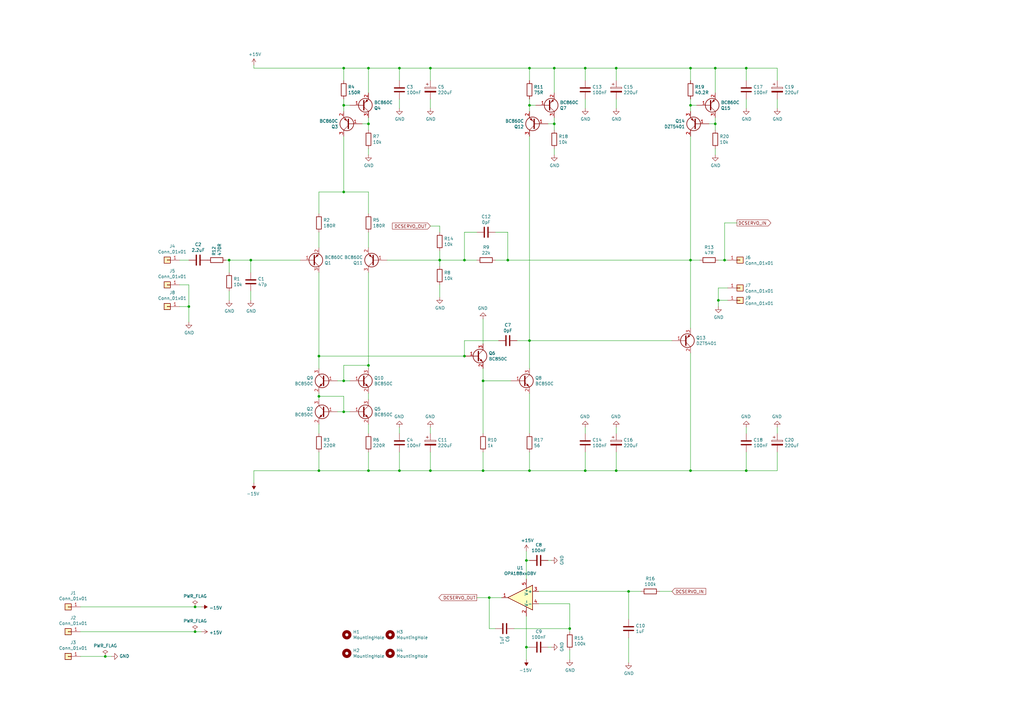
<source format=kicad_sch>
(kicad_sch (version 20211123) (generator eeschema)
  (paper "A3")
  (title_block (title "Discrete Pre-Amp") (date "2021-07-28") (rev "V6 BC850C/BC860C"))
  (lib_symbols
    (symbol "Amplifier_Operational:OPA188xxDBV" (pin_names (offset 0.127))
      (property "Reference" "U" (at 0 5.08 0))
      (property "Value" "OPA188xxDBV" (at 0 -5.08 0))
      (symbol "OPA188xxDBV_0_1"
        (polyline (pts (xy -5.08 5.08) (xy 5.08 0) (xy -5.08 -5.08) (xy -5.08 5.08)) (stroke (width 0.254)) (fill (type background)))
        (pin power_in line (at -2.54 -7.62 90) (length 3.81) (name "V-") (number "2"))
        (pin power_in line (at -2.54 7.62 270) (length 3.81) (name "V+") (number "5"))
      )
      (symbol "OPA188xxDBV_1_1"
        (pin output line (at 7.62 0 180) (length 2.54) (name "~") (number "1"))
        (pin input line (at -7.62 2.54 0) (length 2.54) (name "+") (number "3"))
        (pin input line (at -7.62 -2.54 0) (length 2.54) (name "-") (number "4"))
      )
    )
    (symbol "Connector_Generic:Conn_01x01" (pin_names (offset 1.016) hide)
      (property "Reference" "J" (at 0 2.54 0))
      (property "Value" "Conn_01x01" (at 0 -2.54 0))
      (symbol "Conn_01x01_1_1"
        (rectangle (start -1.27 0.127) (end 0 -0.127) (stroke (width 0.1524)))
        (rectangle (start -1.27 1.27) (end 1.27 -1.27) (stroke (width 0.254)) (fill (type background)))
        (pin passive line (at -5.08 0 0) (length 3.81) (name "Pin_1") (number "1"))
      )
    )
    (symbol "Device:C" (pin_numbers hide) (pin_names (offset 0.254))
      (property "Reference" "C" (at 0.635 2.54 0))
      (property "Value" "C" (at 0.635 -2.54 0))
      (symbol "C_0_1"
        (polyline (pts (xy -2.032 -0.762) (xy 2.032 -0.762)) (stroke (width 0.508)))
        (polyline (pts (xy -2.032 0.762) (xy 2.032 0.762)) (stroke (width 0.508)))
      )
      (symbol "C_1_1"
        (pin passive line (at 0 3.81 270) (length 2.794) (name "~") (number "1"))
        (pin passive line (at 0 -3.81 90) (length 2.794) (name "~") (number "2"))
      )
    )
    (symbol "Device:C_Polarized" (pin_numbers hide) (pin_names (offset 0.254))
      (property "Reference" "C" (at 0.635 2.54 0))
      (property "Value" "C_Polarized" (at 0.635 -2.54 0))
      (symbol "C_Polarized_0_1"
        (rectangle (start -2.286 0.508) (end 2.286 1.016))
        (polyline (pts (xy -1.778 2.286) (xy -0.762 2.286)))
        (polyline (pts (xy -1.27 2.794) (xy -1.27 1.778)))
        (rectangle (start 2.286 -0.508) (end -2.286 -1.016) (fill (type outline)))
      )
      (symbol "C_Polarized_1_1"
        (pin passive line (at 0 3.81 270) (length 2.794) (name "~") (number "1"))
        (pin passive line (at 0 -3.81 90) (length 2.794) (name "~") (number "2"))
      )
    )
    (symbol "Device:R" (pin_numbers hide) (pin_names (offset 0))
      (property "Reference" "R" (at 2.032 0 90))
      (property "Value" "R" (at 0 0 90))
      (symbol "R_0_1"
        (rectangle (start -1.016 -2.54) (end 1.016 2.54) (stroke (width 0.254)))
      )
      (symbol "R_1_1"
        (pin passive line (at 0 3.81 270) (length 1.27) (name "~") (number "1"))
        (pin passive line (at 0 -3.81 90) (length 1.27) (name "~") (number "2"))
      )
    )
    (symbol "Mechanical:MountingHole" (pin_names (offset 1.016))
      (property "Reference" "H" (at 0 5.08 0))
      (property "Value" "MountingHole" (at 0 3.175 0))
      (symbol "MountingHole_0_1"
        (circle (center 0 0) (radius 1.27) (stroke (width 1.27)))
      )
    )
    (symbol "Transistor_BJT:BC850" (pin_names (offset 0) hide)
      (property "Reference" "Q" (at 5.08 1.905 0))
      (property "Value" "BC850" (at 5.08 0 0))
      (symbol "BC850_0_1"
        (polyline (pts (xy 0.635 0.635) (xy 2.54 2.54)))
        (polyline (pts (xy 0.635 -0.635) (xy 2.54 -2.54) (xy 2.54 -2.54)))
        (polyline (pts (xy 0.635 1.905) (xy 0.635 -1.905) (xy 0.635 -1.905)) (stroke (width 0.508)))
        (polyline (pts (xy 1.27 -1.778) (xy 1.778 -1.27) (xy 2.286 -2.286) (xy 1.27 -1.778) (xy 1.27 -1.778)) (fill (type outline)))
        (circle (center 1.27 0) (radius 2.8194) (stroke (width 0.254)))
      )
      (symbol "BC850_1_1"
        (pin input line (at -5.08 0 0) (length 5.715) (name "B") (number "1"))
        (pin passive line (at 2.54 -5.08 90) (length 2.54) (name "E") (number "2"))
        (pin passive line (at 2.54 5.08 270) (length 2.54) (name "C") (number "3"))
      )
    )
    (symbol "Transistor_BJT:BC860" (pin_names (offset 0) hide)
      (property "Reference" "Q" (at 5.08 1.905 0))
      (property "Value" "BC860" (at 5.08 0 0))
      (symbol "BC860_0_1"
        (polyline (pts (xy 0.635 0.635) (xy 2.54 2.54)))
        (polyline (pts (xy 0.635 -0.635) (xy 2.54 -2.54) (xy 2.54 -2.54)))
        (polyline (pts (xy 0.635 1.905) (xy 0.635 -1.905) (xy 0.635 -1.905)) (stroke (width 0.508)))
        (polyline (pts (xy 2.286 -1.778) (xy 1.778 -2.286) (xy 1.27 -1.27) (xy 2.286 -1.778) (xy 2.286 -1.778)) (fill (type outline)))
        (circle (center 1.27 0) (radius 2.8194) (stroke (width 0.254)))
      )
      (symbol "BC860_1_1"
        (pin input line (at -5.08 0 0) (length 5.715) (name "B") (number "1"))
        (pin passive line (at 2.54 -5.08 90) (length 2.54) (name "E") (number "2"))
        (pin passive line (at 2.54 5.08 270) (length 2.54) (name "C") (number "3"))
      )
    )
    (symbol "kicad-snk:DZT5401" (pin_names (offset 0) hide)
      (property "Reference" "Q" (at 5.08 1.905 0))
      (property "Value" "kicad-snk_DZT5401" (at 5.08 0 0))
      (symbol "DZT5401_0_1"
        (polyline (pts (xy 0.635 0.635) (xy 2.54 2.54)))
        (polyline (pts (xy 0.635 -0.635) (xy 2.54 -2.54) (xy 2.54 -2.54)))
        (polyline (pts (xy 0.635 1.905) (xy 0.635 -1.905) (xy 0.635 -1.905)) (stroke (width 0.508)))
        (polyline (pts (xy 2.286 -1.778) (xy 1.778 -2.286) (xy 1.27 -1.27) (xy 2.286 -1.778) (xy 2.286 -1.778)) (fill (type outline)))
        (circle (center 1.27 0) (radius 2.8194) (stroke (width 0.254)))
      )
      (symbol "DZT5401_1_1"
        (pin input line (at -5.08 0 0) (length 5.715) (name "B") (number "1"))
        (pin passive line (at 2.54 5.08 270) (length 2.54) (name "C") (number "2"))
        (pin passive line (at 2.54 -5.08 90) (length 2.54) (name "E") (number "3"))
      )
    )
    (symbol "power:+15V" (power) (pin_names (offset 0))
      (property "Value" "+15V" (at 0 3.556 0))
      (symbol "+15V_0_1"
        (polyline (pts (xy -0.762 1.27) (xy 0 2.54)))
        (polyline (pts (xy 0 0) (xy 0 2.54)))
        (polyline (pts (xy 0 2.54) (xy 0.762 1.27)))
      )
      (symbol "+15V_1_1"
        (pin power_in line (at 0 0 90) (length 0) hide (name "+15V") (number "1"))
      )
    )
    (symbol "power:-15V" (power) (pin_names (offset 0))
      (property "Value" "-15V" (at 0 3.81 0))
      (symbol "-15V_0_0"
        (pin power_in line (at 0 0 90) (length 0) hide (name "-15V") (number "1"))
      )
      (symbol "-15V_0_1"
        (polyline (pts (xy 0 0) (xy 0 1.27) (xy 0.762 1.27) (xy 0 2.54) (xy -0.762 1.27) (xy 0 1.27)) (fill (type outline)))
      )
    )
    (symbol "power:GND" (power) (pin_names (offset 0))
      (property "Value" "GND" (at 0 -3.81 0))
      (symbol "GND_0_1"
        (polyline (pts (xy 0 0) (xy 0 -1.27) (xy 1.27 -1.27) (xy 0 -2.54) (xy -1.27 -1.27) (xy 0 -1.27)))
      )
      (symbol "GND_1_1"
        (pin power_in line (at 0 0 270) (length 0) hide (name "GND") (number "1"))
      )
    )
    (symbol "power:PWR_FLAG" (power) (pin_numbers hide) (pin_names (offset 0) hide)
      (property "Value" "PWR_FLAG" (at 0 3.81 0))
      (symbol "PWR_FLAG_0_0"
        (pin power_out line (at 0 0 90) (length 0) (name "pwr") (number "1"))
      )
      (symbol "PWR_FLAG_0_1"
        (polyline (pts (xy 0 0) (xy 0 1.27) (xy -1.016 1.905) (xy 0 2.54) (xy 1.016 1.905) (xy 0 1.27)))
      )
    )
  )
  (junction (at 140.97 43.18))
  (junction (at 163.83 193.04))
  (junction (at 140.97 168.91))
  (junction (at 80.01 248.92))
  (junction (at 140.97 156.21))
  (junction (at 227.33 27.94))
  (junction (at 151.13 149.86))
  (junction (at 80.01 259.08))
  (junction (at 294.64 123.19))
  (junction (at 227.33 50.8))
  (junction (at 293.37 50.8))
  (junction (at 102.87 106.68))
  (junction (at 130.81 162.56))
  (junction (at 93.98 106.68))
  (junction (at 198.12 156.21))
  (junction (at 190.5 106.68))
  (junction (at 297.18 106.68))
  (junction (at 140.97 27.94))
  (junction (at 176.53 27.94))
  (junction (at 283.21 106.68))
  (junction (at 217.17 193.04))
  (junction (at 198.12 193.04))
  (junction (at 240.03 193.04))
  (junction (at 293.37 27.94))
  (junction (at 151.13 193.04))
  (junction (at 217.17 139.7))
  (junction (at 163.83 27.94))
  (junction (at 252.73 193.04))
  (junction (at 240.03 27.94))
  (junction (at 215.9 265.43))
  (junction (at 130.81 193.04))
  (junction (at 215.9 229.87))
  (junction (at 77.47 125.73))
  (junction (at 233.68 257.81))
  (junction (at 151.13 27.94))
  (junction (at 283.21 27.94))
  (junction (at 140.97 78.74))
  (junction (at 130.81 146.05))
  (junction (at 43.18 269.24))
  (junction (at 151.13 50.8))
  (junction (at 257.81 242.57))
  (junction (at 217.17 27.94))
  (junction (at 200.66 245.11))
  (junction (at 306.07 193.04))
  (junction (at 176.53 193.04))
  (junction (at 190.5 146.05))
  (junction (at 217.17 43.18))
  (junction (at 252.73 27.94))
  (junction (at 306.07 27.94))
  (junction (at 283.21 193.04))
  (junction (at 283.21 43.18))
  (junction (at 208.28 106.68))
  (junction (at 180.34 106.68))
  (wire (pts (xy 298.45 106.68) (xy 297.18 106.68)))
  (wire (pts (xy 33.02 259.08) (xy 80.01 259.08)))
  (wire (pts (xy 190.5 139.7) (xy 204.47 139.7)))
  (wire (pts (xy 77.47 116.84) (xy 77.47 125.73)))
  (wire (pts (xy 302.26 91.44) (xy 297.18 91.44)))
  (wire (pts (xy 212.09 139.7) (xy 217.17 139.7)))
  (wire (pts (xy 233.68 266.7) (xy 233.68 270.51)))
  (wire (pts (xy 252.73 177.8) (xy 252.73 175.26)))
  (wire (pts (xy 180.34 106.68) (xy 190.5 106.68)))
  (wire (pts (xy 203.2 257.81) (xy 200.66 257.81)))
  (wire (pts (xy 208.28 95.25) (xy 208.28 106.68)))
  (wire (pts (xy 217.17 185.42) (xy 217.17 193.04)))
  (wire (pts (xy 163.83 27.94) (xy 176.53 27.94)))
  (wire (pts (xy 176.53 40.64) (xy 176.53 44.45)))
  (wire (pts (xy 130.81 193.04) (xy 130.81 185.42)))
  (wire (pts (xy 130.81 146.05) (xy 130.81 151.13)))
  (wire (pts (xy 283.21 55.88) (xy 283.21 106.68)))
  (wire (pts (xy 298.45 118.11) (xy 294.64 118.11)))
  (wire (pts (xy 227.33 60.96) (xy 227.33 63.5)))
  (wire (pts (xy 198.12 151.13) (xy 198.12 156.21)))
  (wire (pts (xy 104.14 27.94) (xy 140.97 27.94)))
  (wire (pts (xy 240.03 193.04) (xy 240.03 185.42)))
  (wire (pts (xy 227.33 27.94) (xy 240.03 27.94)))
  (wire (pts (xy 73.66 125.73) (xy 77.47 125.73)))
  (wire (pts (xy 217.17 229.87) (xy 215.9 229.87)))
  (wire (pts (xy 233.68 259.08) (xy 233.68 257.81)))
  (wire (pts (xy 195.58 245.11) (xy 200.66 245.11)))
  (wire (pts (xy 217.17 27.94) (xy 217.17 33.02)))
  (wire (pts (xy 217.17 43.18) (xy 219.71 43.18)))
  (wire (pts (xy 252.73 33.02) (xy 252.73 27.94)))
  (wire (pts (xy 151.13 193.04) (xy 130.81 193.04)))
  (wire (pts (xy 140.97 78.74) (xy 130.81 78.74)))
  (wire (pts (xy 217.17 27.94) (xy 227.33 27.94)))
  (wire (pts (xy 293.37 27.94) (xy 293.37 38.1)))
  (wire (pts (xy 138.43 168.91) (xy 140.97 168.91)))
  (wire (pts (xy 198.12 193.04) (xy 217.17 193.04)))
  (wire (pts (xy 151.13 78.74) (xy 140.97 78.74)))
  (wire (pts (xy 270.51 242.57) (xy 275.59 242.57)))
  (wire (pts (xy 240.03 27.94) (xy 252.73 27.94)))
  (wire (pts (xy 130.81 177.8) (xy 130.81 173.99)))
  (wire (pts (xy 220.98 242.57) (xy 257.81 242.57)))
  (wire (pts (xy 293.37 27.94) (xy 306.07 27.94)))
  (wire (pts (xy 140.97 27.94) (xy 151.13 27.94)))
  (wire (pts (xy 203.2 106.68) (xy 208.28 106.68)))
  (wire (pts (xy 190.5 106.68) (xy 195.58 106.68)))
  (wire (pts (xy 138.43 156.21) (xy 140.97 156.21)))
  (wire (pts (xy 151.13 27.94) (xy 151.13 38.1)))
  (wire (pts (xy 210.82 257.81) (xy 233.68 257.81)))
  (wire (pts (xy 240.03 177.8) (xy 240.03 175.26)))
  (wire (pts (xy 140.97 156.21) (xy 143.51 156.21)))
  (wire (pts (xy 104.14 198.12) (xy 104.14 193.04)))
  (wire (pts (xy 102.87 111.76) (xy 102.87 106.68)))
  (wire (pts (xy 293.37 60.96) (xy 293.37 63.5)))
  (wire (pts (xy 140.97 43.18) (xy 140.97 45.72)))
  (wire (pts (xy 73.66 106.68) (xy 77.47 106.68)))
  (wire (pts (xy 151.13 87.63) (xy 151.13 78.74)))
  (wire (pts (xy 290.83 50.8) (xy 293.37 50.8)))
  (wire (pts (xy 283.21 27.94) (xy 283.21 33.02)))
  (wire (pts (xy 158.75 106.68) (xy 180.34 106.68)))
  (wire (pts (xy 77.47 116.84) (xy 73.66 116.84)))
  (wire (pts (xy 140.97 43.18) (xy 143.51 43.18)))
  (wire (pts (xy 151.13 161.29) (xy 151.13 163.83)))
  (wire (pts (xy 163.83 193.04) (xy 176.53 193.04)))
  (wire (pts (xy 227.33 48.26) (xy 227.33 50.8)))
  (wire (pts (xy 306.07 177.8) (xy 306.07 175.26)))
  (wire (pts (xy 217.17 193.04) (xy 240.03 193.04)))
  (wire (pts (xy 130.81 162.56) (xy 140.97 162.56)))
  (wire (pts (xy 306.07 193.04) (xy 306.07 185.42)))
  (wire (pts (xy 209.55 156.21) (xy 198.12 156.21)))
  (wire (pts (xy 151.13 27.94) (xy 163.83 27.94)))
  (wire (pts (xy 217.17 151.13) (xy 217.17 139.7)))
  (wire (pts (xy 198.12 140.97) (xy 198.12 130.81)))
  (wire (pts (xy 176.53 193.04) (xy 176.53 185.42)))
  (wire (pts (xy 283.21 106.68) (xy 283.21 134.62)))
  (wire (pts (xy 215.9 265.43) (xy 215.9 270.51)))
  (wire (pts (xy 93.98 123.19) (xy 93.98 119.38)))
  (wire (pts (xy 151.13 149.86) (xy 151.13 151.13)))
  (wire (pts (xy 318.77 177.8) (xy 318.77 175.26)))
  (wire (pts (xy 318.77 40.64) (xy 318.77 44.45)))
  (wire (pts (xy 200.66 257.81) (xy 200.66 245.11)))
  (wire (pts (xy 151.13 193.04) (xy 163.83 193.04)))
  (wire (pts (xy 297.18 91.44) (xy 297.18 106.68)))
  (wire (pts (xy 227.33 50.8) (xy 227.33 53.34)))
  (wire (pts (xy 180.34 109.22) (xy 180.34 106.68)))
  (wire (pts (xy 163.83 33.02) (xy 163.83 27.94)))
  (wire (pts (xy 93.98 106.68) (xy 102.87 106.68)))
  (wire (pts (xy 130.81 78.74) (xy 130.81 87.63)))
  (wire (pts (xy 224.79 50.8) (xy 227.33 50.8)))
  (wire (pts (xy 283.21 193.04) (xy 306.07 193.04)))
  (wire (pts (xy 217.17 139.7) (xy 275.59 139.7)))
  (wire (pts (xy 318.77 27.94) (xy 306.07 27.94)))
  (wire (pts (xy 215.9 252.73) (xy 215.9 265.43)))
  (wire (pts (xy 252.73 193.04) (xy 240.03 193.04)))
  (wire (pts (xy 163.83 177.8) (xy 163.83 175.26)))
  (wire (pts (xy 140.97 40.64) (xy 140.97 43.18)))
  (wire (pts (xy 226.06 265.43) (xy 224.79 265.43)))
  (wire (pts (xy 226.06 229.87) (xy 224.79 229.87)))
  (wire (pts (xy 102.87 106.68) (xy 123.19 106.68)))
  (wire (pts (xy 240.03 33.02) (xy 240.03 27.94)))
  (wire (pts (xy 151.13 111.76) (xy 151.13 149.86)))
  (wire (pts (xy 217.17 43.18) (xy 217.17 45.72)))
  (wire (pts (xy 190.5 95.25) (xy 190.5 106.68)))
  (wire (pts (xy 180.34 95.25) (xy 180.34 92.71)))
  (wire (pts (xy 217.17 161.29) (xy 217.17 177.8)))
  (wire (pts (xy 306.07 33.02) (xy 306.07 27.94)))
  (wire (pts (xy 252.73 40.64) (xy 252.73 44.45)))
  (wire (pts (xy 287.02 106.68) (xy 283.21 106.68)))
  (wire (pts (xy 195.58 95.25) (xy 190.5 95.25)))
  (wire (pts (xy 293.37 48.26) (xy 293.37 50.8)))
  (wire (pts (xy 198.12 156.21) (xy 198.12 177.8)))
  (wire (pts (xy 180.34 116.84) (xy 180.34 121.92)))
  (wire (pts (xy 318.77 33.02) (xy 318.77 27.94)))
  (wire (pts (xy 176.53 27.94) (xy 217.17 27.94)))
  (wire (pts (xy 198.12 185.42) (xy 198.12 193.04)))
  (wire (pts (xy 293.37 50.8) (xy 293.37 53.34)))
  (wire (pts (xy 140.97 162.56) (xy 140.97 168.91)))
  (wire (pts (xy 252.73 193.04) (xy 252.73 185.42)))
  (wire (pts (xy 298.45 123.19) (xy 294.64 123.19)))
  (wire (pts (xy 180.34 102.87) (xy 180.34 106.68)))
  (wire (pts (xy 140.97 27.94) (xy 140.97 33.02)))
  (wire (pts (xy 283.21 40.64) (xy 283.21 43.18)))
  (wire (pts (xy 163.83 193.04) (xy 163.83 185.42)))
  (wire (pts (xy 180.34 92.71) (xy 176.53 92.71)))
  (wire (pts (xy 43.18 269.24) (xy 45.72 269.24)))
  (wire (pts (xy 283.21 144.78) (xy 283.21 193.04)))
  (wire (pts (xy 151.13 101.6) (xy 151.13 95.25)))
  (wire (pts (xy 102.87 123.19) (xy 102.87 119.38)))
  (wire (pts (xy 77.47 125.73) (xy 77.47 132.08)))
  (wire (pts (xy 130.81 101.6) (xy 130.81 95.25)))
  (wire (pts (xy 151.13 185.42) (xy 151.13 193.04)))
  (wire (pts (xy 318.77 193.04) (xy 306.07 193.04)))
  (wire (pts (xy 176.53 177.8) (xy 176.53 175.26)))
  (wire (pts (xy 233.68 257.81) (xy 233.68 247.65)))
  (wire (pts (xy 318.77 193.04) (xy 318.77 185.42)))
  (wire (pts (xy 104.14 27.94) (xy 104.14 26.67)))
  (wire (pts (xy 130.81 111.76) (xy 130.81 146.05)))
  (wire (pts (xy 151.13 50.8) (xy 151.13 53.34)))
  (wire (pts (xy 130.81 162.56) (xy 130.81 163.83)))
  (wire (pts (xy 217.17 55.88) (xy 217.17 139.7)))
  (wire (pts (xy 80.01 259.08) (xy 82.55 259.08)))
  (wire (pts (xy 252.73 27.94) (xy 283.21 27.94)))
  (wire (pts (xy 257.81 254) (xy 257.81 242.57)))
  (wire (pts (xy 203.2 95.25) (xy 208.28 95.25)))
  (wire (pts (xy 306.07 44.45) (xy 306.07 40.64)))
  (wire (pts (xy 215.9 226.06) (xy 215.9 229.87)))
  (wire (pts (xy 93.98 111.76) (xy 93.98 106.68)))
  (wire (pts (xy 130.81 146.05) (xy 190.5 146.05)))
  (wire (pts (xy 33.02 269.24) (xy 43.18 269.24)))
  (wire (pts (xy 130.81 161.29) (xy 130.81 162.56)))
  (wire (pts (xy 233.68 247.65) (xy 220.98 247.65)))
  (wire (pts (xy 283.21 27.94) (xy 293.37 27.94)))
  (wire (pts (xy 163.83 44.45) (xy 163.83 40.64)))
  (wire (pts (xy 217.17 265.43) (xy 215.9 265.43)))
  (wire (pts (xy 208.28 106.68) (xy 283.21 106.68)))
  (wire (pts (xy 190.5 139.7) (xy 190.5 146.05)))
  (wire (pts (xy 257.81 242.57) (xy 262.89 242.57)))
  (wire (pts (xy 294.64 118.11) (xy 294.64 123.19)))
  (wire (pts (xy 151.13 48.26) (xy 151.13 50.8)))
  (wire (pts (xy 140.97 55.88) (xy 140.97 78.74)))
  (wire (pts (xy 252.73 193.04) (xy 283.21 193.04)))
  (wire (pts (xy 217.17 40.64) (xy 217.17 43.18)))
  (wire (pts (xy 140.97 156.21) (xy 140.97 149.86)))
  (wire (pts (xy 151.13 177.8) (xy 151.13 173.99)))
  (wire (pts (xy 227.33 27.94) (xy 227.33 38.1)))
  (wire (pts (xy 215.9 229.87) (xy 215.9 237.49)))
  (wire (pts (xy 33.02 248.92) (xy 80.01 248.92)))
  (wire (pts (xy 140.97 149.86) (xy 151.13 149.86)))
  (wire (pts (xy 176.53 193.04) (xy 198.12 193.04)))
  (wire (pts (xy 283.21 43.18) (xy 283.21 45.72)))
  (wire (pts (xy 240.03 44.45) (xy 240.03 40.64)))
  (wire (pts (xy 140.97 168.91) (xy 143.51 168.91)))
  (wire (pts (xy 297.18 106.68) (xy 294.64 106.68)))
  (wire (pts (xy 294.64 123.19) (xy 294.64 125.73)))
  (wire (pts (xy 200.66 245.11) (xy 205.74 245.11)))
  (wire (pts (xy 283.21 43.18) (xy 285.75 43.18)))
  (wire (pts (xy 80.01 248.92) (xy 82.55 248.92)))
  (wire (pts (xy 92.71 106.68) (xy 93.98 106.68)))
  (wire (pts (xy 176.53 33.02) (xy 176.53 27.94)))
  (wire (pts (xy 104.14 193.04) (xy 130.81 193.04)))
  (wire (pts (xy 257.81 271.78) (xy 257.81 261.62)))
  (wire (pts (xy 151.13 60.96) (xy 151.13 63.5)))
  (wire (pts (xy 148.59 50.8) (xy 151.13 50.8)))
  (global_label "DCSERVO_IN" (shape output) (at 302.26 91.44 0) (property "Intersheet References" "${INTERSHEET_REFS}" (effects hide)))
  (global_label "DCSERVO_IN" (shape input) (at 275.59 242.57 0) (property "Intersheet References" "${INTERSHEET_REFS}" (effects hide)))
  (global_label "DCSERVO_OUT" (shape output) (at 195.58 245.11 180) (property "Intersheet References" "${INTERSHEET_REFS}" (effects hide)))
  (global_label "DCSERVO_OUT" (shape input) (at 176.53 92.71 180) (property "Intersheet References" "${INTERSHEET_REFS}" (effects hide)))
  (symbol (lib_id "Device:R") (at 151.13 181.61 0) (unit 1)
    (property "Reference" "R6" (at 152.908 180.4416 0) (effects (justify left)))
    (property "Value" "220R" (at 152.908 182.753 0) (effects (justify left)))
    (property "Footprint" "Resistor_SMD:R_0805_2012Metric_Pad1.20x1.40mm_HandSolder" (effects hide))
  )
  (symbol (lib_id "Device:C") (at 81.28 106.68 270) (unit 1)
    (property "Reference" "C2" (at 81.28 100.2792 90))
    (property "Value" "2.2uF" (at 81.28 102.5906 90))
    (property "Footprint" "Capacitor_THT:C_Rect_L7.2mm_W7.2mm_P5.00mm_FKS2_FKP2_MKS2_MKP2" (effects hide))
  )
  (symbol (lib_id "power:GND") (at 93.98 123.19 0) (unit 1)
    (property "Reference" "#PWR09" (effects hide))
    (property "Value" "GND" (at 94.107 127.5842 0))
  )
  (symbol (lib_id "Device:R") (at 130.81 181.61 0) (unit 1)
    (property "Reference" "R3" (at 132.588 180.4416 0) (effects (justify left)))
    (property "Value" "220R" (at 132.588 182.753 0) (effects (justify left)))
    (property "Footprint" "Resistor_SMD:R_0805_2012Metric_Pad1.20x1.40mm_HandSolder" (effects hide))
  )
  (symbol (lib_id "Device:R") (at 93.98 115.57 0) (unit 1)
    (property "Reference" "R1" (at 95.758 114.4016 0) (effects (justify left)))
    (property "Value" "10k" (at 95.758 116.713 0) (effects (justify left)))
    (property "Footprint" "Resistor_SMD:R_0805_2012Metric_Pad1.20x1.40mm_HandSolder" (effects hide))
  )
  (symbol (lib_id "Device:R") (at 180.34 113.03 0) (unit 1)
    (property "Reference" "R8" (at 182.118 111.8616 0) (effects (justify left)))
    (property "Value" "10k" (at 182.118 114.173 0) (effects (justify left)))
    (property "Footprint" "Resistor_SMD:R_0805_2012Metric_Pad1.20x1.40mm_HandSolder" (effects hide))
  )
  (symbol (lib_id "Device:R") (at 199.39 106.68 270) (unit 1)
    (property "Reference" "R9" (at 199.39 101.4222 90))
    (property "Value" "22k" (at 199.39 103.7336 90))
    (property "Footprint" "Resistor_SMD:R_0805_2012Metric_Pad1.20x1.40mm_HandSolder" (effects hide))
  )
  (symbol (lib_id "Device:R") (at 130.81 91.44 0) (unit 1)
    (property "Reference" "R2" (at 132.588 90.2716 0) (effects (justify left)))
    (property "Value" "180R" (at 132.588 92.583 0) (effects (justify left)))
    (property "Footprint" "Resistor_SMD:R_0805_2012Metric_Pad1.20x1.40mm_HandSolder" (effects hide))
  )
  (symbol (lib_id "Device:R") (at 151.13 91.44 0) (unit 1)
    (property "Reference" "R5" (at 152.908 90.2716 0) (effects (justify left)))
    (property "Value" "180R" (at 152.908 92.583 0) (effects (justify left)))
    (property "Footprint" "Resistor_SMD:R_0805_2012Metric_Pad1.20x1.40mm_HandSolder" (effects hide))
  )
  (symbol (lib_id "Transistor_BJT:BC860") (at 224.79 43.18 0) (mirror x) (unit 1)
    (property "Reference" "Q7" (at 229.6414 44.3484 0) (effects (justify left)))
    (property "Value" "BC860C" (at 229.6414 42.037 0) (effects (justify left)))
    (property "Footprint" "Package_TO_SOT_SMD:SOT-23" (effects hide))
    (property "Datasheet" "http://www.infineon.com/dgdl/Infineon-BC857SERIES_BC858SERIES_BC859SERIES_BC860SERIES-DS-v01_01-en.pdf?fileId=db3a304314dca389011541da0e3a1661" (effects hide))
  )
  (symbol (lib_id "Device:R") (at 217.17 36.83 0) (unit 1)
    (property "Reference" "R11" (at 218.948 35.6616 0) (effects (justify left)))
    (property "Value" "75R" (at 218.948 37.973 0) (effects (justify left)))
    (property "Footprint" "Resistor_SMD:R_0805_2012Metric_Pad1.20x1.40mm_HandSolder" (effects hide))
  )
  (symbol (lib_id "Transistor_BJT:BC850") (at 195.58 146.05 0) (unit 1)
    (property "Reference" "Q6" (at 200.4314 144.8816 0) (effects (justify left)))
    (property "Value" "BC850C" (at 200.4314 147.193 0) (effects (justify left)))
    (property "Footprint" "Package_TO_SOT_SMD:SOT-23" (effects hide))
    (property "Datasheet" "http://www.infineon.com/dgdl/Infineon-BC847SERIES_BC848SERIES_BC849SERIES_BC850SERIES-DS-v01_01-en.pdf?fileId=db3a304314dca389011541d4630a1657" (effects hide))
  )
  (symbol (lib_id "Transistor_BJT:BC850") (at 214.63 156.21 0) (unit 1)
    (property "Reference" "Q8" (at 219.4814 155.0416 0) (effects (justify left)))
    (property "Value" "BC850C" (at 219.4814 157.353 0) (effects (justify left)))
    (property "Footprint" "Package_TO_SOT_SMD:SOT-23" (effects hide))
    (property "Datasheet" "http://www.infineon.com/dgdl/Infineon-BC847SERIES_BC848SERIES_BC849SERIES_BC850SERIES-DS-v01_01-en.pdf?fileId=db3a304314dca389011541d4630a1657" (effects hide))
  )
  (symbol (lib_id "Device:R") (at 198.12 181.61 0) (unit 1)
    (property "Reference" "R10" (at 199.898 180.4416 0) (effects (justify left)))
    (property "Value" "1k" (at 199.898 182.753 0) (effects (justify left)))
    (property "Footprint" "Resistor_SMD:R_0805_2012Metric_Pad1.20x1.40mm_HandSolder" (effects hide))
  )
  (symbol (lib_id "power:GND") (at 180.34 121.92 0) (unit 1)
    (property "Reference" "#PWR013" (effects hide))
    (property "Value" "GND" (at 180.467 126.3142 0))
  )
  (symbol (lib_id "Device:C") (at 208.28 139.7 270) (unit 1)
    (property "Reference" "C7" (at 208.28 133.2992 90))
    (property "Value" "0pF" (at 208.28 135.6106 90))
    (property "Footprint" "Capacitor_SMD:C_0805_2012Metric_Pad1.18x1.45mm_HandSolder" (effects hide))
  )
  (symbol (lib_id "power:GND") (at 198.12 130.81 180) (unit 1)
    (property "Reference" "#PWR014" (effects hide))
    (property "Value" "GND" (at 197.993 126.4158 0))
  )
  (symbol (lib_id "power:GND") (at 77.47 132.08 0) (unit 1)
    (property "Reference" "#PWR04" (effects hide))
    (property "Value" "GND" (at 77.597 136.4742 0))
  )
  (symbol (lib_id "Mechanical:MountingHole") (at 142.24 260.35 0) (unit 1)
    (property "Reference" "H1" (at 144.78 259.1816 0) (effects (justify left)))
    (property "Value" "MountingHole" (at 144.78 261.493 0) (effects (justify left)))
    (property "Footprint" "MountingHole:MountingHole_3.2mm_M3" (effects hide))
  )
  (symbol (lib_id "Mechanical:MountingHole") (at 160.02 260.35 0) (unit 1)
    (property "Reference" "H3" (at 162.56 259.1816 0) (effects (justify left)))
    (property "Value" "MountingHole" (at 162.56 261.493 0) (effects (justify left)))
    (property "Footprint" "MountingHole:MountingHole_3.2mm_M3" (effects hide))
  )
  (symbol (lib_id "Mechanical:MountingHole") (at 142.24 267.97 0) (unit 1)
    (property "Reference" "H2" (at 144.78 266.8016 0) (effects (justify left)))
    (property "Value" "MountingHole" (at 144.78 269.113 0) (effects (justify left)))
    (property "Footprint" "MountingHole:MountingHole_3.2mm_M3" (effects hide))
  )
  (symbol (lib_id "Mechanical:MountingHole") (at 160.02 267.97 0) (unit 1)
    (property "Reference" "H4" (at 162.56 266.8016 0) (effects (justify left)))
    (property "Value" "MountingHole" (at 162.56 269.113 0) (effects (justify left)))
    (property "Footprint" "MountingHole:MountingHole_3.2mm_M3" (effects hide))
  )
  (symbol (lib_id "Connector_Generic:Conn_01x01") (at 68.58 106.68 180) (unit 1)
    (property "Reference" "J4" (at 70.6628 100.965 0))
    (property "Value" "Conn_01x01" (at 70.6628 103.2764 0))
    (property "Footprint" "Connector_Pin:Pin_D1.0mm_L10.0mm" (effects hide))
  )
  (symbol (lib_id "Connector_Generic:Conn_01x01") (at 68.58 116.84 180) (unit 1)
    (property "Reference" "J5" (at 70.6628 111.125 0))
    (property "Value" "Conn_01x01" (at 70.6628 113.4364 0))
    (property "Footprint" "Connector_Pin:Pin_D1.0mm_L10.0mm" (effects hide))
  )
  (symbol (lib_id "power:+15V") (at 104.14 26.67 0) (unit 1)
    (property "Reference" "#PWR05" (effects hide))
    (property "Value" "+15V" (at 104.521 22.2758 0))
  )
  (symbol (lib_id "power:-15V") (at 104.14 198.12 180) (unit 1)
    (property "Reference" "#PWR08" (effects hide))
    (property "Value" "-15V" (at 103.759 202.5142 0))
  )
  (symbol (lib_id "Connector_Generic:Conn_01x01") (at 303.53 106.68 0) (unit 1)
    (property "Reference" "J6" (at 305.562 105.6132 0) (effects (justify left)))
    (property "Value" "Conn_01x01" (at 305.562 107.9246 0) (effects (justify left)))
    (property "Footprint" "Connector_Pin:Pin_D1.0mm_L10.0mm" (effects hide))
  )
  (symbol (lib_id "Connector_Generic:Conn_01x01") (at 303.53 118.11 0) (unit 1)
    (property "Reference" "J7" (at 305.562 117.0432 0) (effects (justify left)))
    (property "Value" "Conn_01x01" (at 305.562 119.3546 0) (effects (justify left)))
    (property "Footprint" "Connector_Pin:Pin_D1.0mm_L10.0mm" (effects hide))
  )
  (symbol (lib_id "Device:R") (at 290.83 106.68 270) (unit 1)
    (property "Reference" "R13" (at 290.83 101.4222 90))
    (property "Value" "47R" (at 290.83 103.7336 90))
    (property "Footprint" "Resistor_SMD:R_0805_2012Metric_Pad1.20x1.40mm_HandSolder" (effects hide))
  )
  (symbol (lib_id "power:GND") (at 294.64 125.73 0) (unit 1)
    (property "Reference" "#PWR015" (effects hide))
    (property "Value" "GND" (at 294.767 130.1242 0))
  )
  (symbol (lib_id "Device:C") (at 199.39 95.25 270) (unit 1)
    (property "Reference" "C12" (at 199.39 88.8492 90))
    (property "Value" "0pF" (at 199.39 91.1606 90))
    (property "Footprint" "Capacitor_SMD:C_0805_2012Metric_Pad1.18x1.45mm_HandSolder" (effects hide))
  )
  (symbol (lib_id "Connector_Generic:Conn_01x01") (at 27.94 259.08 180) (unit 1)
    (property "Reference" "J2" (at 30.0228 253.365 0))
    (property "Value" "Conn_01x01" (at 30.0228 255.6764 0))
    (property "Footprint" "Connector_Pin:Pin_D1.0mm_L10.0mm" (effects hide))
  )
  (symbol (lib_id "Connector_Generic:Conn_01x01") (at 27.94 269.24 180) (unit 1)
    (property "Reference" "J3" (at 30.0228 263.525 0))
    (property "Value" "Conn_01x01" (at 30.0228 265.8364 0))
    (property "Footprint" "Connector_Pin:Pin_D1.0mm_L10.0mm" (effects hide))
  )
  (symbol (lib_id "Connector_Generic:Conn_01x01") (at 27.94 248.92 180) (unit 1)
    (property "Reference" "J1" (at 30.0228 243.205 0))
    (property "Value" "Conn_01x01" (at 30.0228 245.5164 0))
    (property "Footprint" "Connector_Pin:Pin_D1.0mm_L10.0mm" (effects hide))
  )
  (symbol (lib_id "power:GND") (at 45.72 269.24 90) (unit 1)
    (property "Reference" "#PWR0101" (effects hide))
    (property "Value" "GND" (at 48.9712 269.113 90) (effects (justify right)))
  )
  (symbol (lib_id "power:+15V") (at 82.55 259.08 270) (unit 1)
    (property "Reference" "#PWR0102" (effects hide))
    (property "Value" "+15V" (at 85.8012 259.461 90) (effects (justify left)))
  )
  (symbol (lib_id "power:-15V") (at 82.55 248.92 270) (unit 1)
    (property "Reference" "#PWR0103" (effects hide))
    (property "Value" "-15V" (at 85.8012 249.301 90) (effects (justify left)))
  )
  (symbol (lib_id "power:PWR_FLAG") (at 43.18 269.24 0) (unit 1)
    (property "Reference" "#FLG0101" (effects hide))
    (property "Value" "PWR_FLAG" (at 43.18 264.8458 0))
  )
  (symbol (lib_id "power:PWR_FLAG") (at 80.01 248.92 0) (unit 1)
    (property "Reference" "#FLG0102" (effects hide))
    (property "Value" "PWR_FLAG" (at 80.01 244.5258 0))
  )
  (symbol (lib_id "power:PWR_FLAG") (at 80.01 259.08 0) (unit 1)
    (property "Reference" "#FLG0103" (effects hide))
    (property "Value" "PWR_FLAG" (at 80.01 254.6858 0))
  )
  (symbol (lib_id "Transistor_BJT:BC860") (at 143.51 50.8 180) (unit 1)
    (property "Reference" "Q3" (at 138.6586 51.9684 0) (effects (justify left)))
    (property "Value" "BC860C" (at 138.6586 49.657 0) (effects (justify left)))
    (property "Footprint" "Package_TO_SOT_SMD:SOT-23" (effects hide))
    (property "Datasheet" "http://www.infineon.com/dgdl/Infineon-BC857SERIES_BC858SERIES_BC859SERIES_BC860SERIES-DS-v01_01-en.pdf?fileId=db3a304314dca389011541da0e3a1661" (effects hide))
  )
  (symbol (lib_id "Transistor_BJT:BC860") (at 148.59 43.18 0) (mirror x) (unit 1)
    (property "Reference" "Q4" (at 153.4414 44.3484 0) (effects (justify left)))
    (property "Value" "BC860C" (at 153.4414 42.037 0) (effects (justify left)))
    (property "Footprint" "Package_TO_SOT_SMD:SOT-23" (effects hide))
    (property "Datasheet" "http://www.infineon.com/dgdl/Infineon-BC857SERIES_BC858SERIES_BC859SERIES_BC860SERIES-DS-v01_01-en.pdf?fileId=db3a304314dca389011541da0e3a1661" (effects hide))
  )
  (symbol (lib_id "Device:R") (at 266.7 242.57 270) (unit 1)
    (property "Reference" "R16" (at 266.7 237.3122 90))
    (property "Value" "100k" (at 266.7 239.6236 90))
    (property "Footprint" "Resistor_SMD:R_0805_2012Metric_Pad1.20x1.40mm_HandSolder" (effects hide))
  )
  (symbol (lib_id "Device:C") (at 257.81 257.81 180) (unit 1)
    (property "Reference" "C10" (at 260.731 256.6416 0) (effects (justify right)))
    (property "Value" "1uF" (at 260.731 258.953 0) (effects (justify right)))
    (property "Footprint" "Capacitor_SMD:C_1210_3225Metric_Pad1.33x2.70mm_HandSolder" (effects hide))
  )
  (symbol (lib_id "Device:R") (at 233.68 262.89 0) (unit 1)
    (property "Reference" "R15" (at 235.458 261.7216 0) (effects (justify left)))
    (property "Value" "100k" (at 235.458 264.033 0) (effects (justify left)))
    (property "Footprint" "Resistor_SMD:R_0805_2012Metric_Pad1.20x1.40mm_HandSolder" (effects hide))
  )
  (symbol (lib_id "Device:C") (at 207.01 257.81 90) (unit 1)
    (property "Reference" "C6" (at 208.1784 260.731 0) (effects (justify right)))
    (property "Value" "1uF" (at 205.867 260.731 0) (effects (justify right)))
    (property "Footprint" "Capacitor_SMD:C_1210_3225Metric_Pad1.33x2.70mm_HandSolder" (effects hide))
  )
  (symbol (lib_id "Device:C") (at 220.98 229.87 270) (unit 1)
    (property "Reference" "C8" (at 220.98 223.4692 90))
    (property "Value" "100nF" (at 220.98 225.7806 90))
    (property "Footprint" "Capacitor_SMD:C_0603_1608Metric_Pad1.08x0.95mm_HandSolder" (effects hide))
  )
  (symbol (lib_id "power:+15V") (at 215.9 226.06 0) (unit 1)
    (property "Reference" "#PWR0104" (effects hide))
    (property "Value" "+15V" (at 216.281 221.6658 0))
  )
  (symbol (lib_id "power:-15V") (at 215.9 270.51 180) (unit 1)
    (property "Reference" "#PWR0105" (effects hide))
    (property "Value" "-15V" (at 215.519 274.9042 0))
  )
  (symbol (lib_id "Device:C") (at 220.98 265.43 270) (unit 1)
    (property "Reference" "C9" (at 220.98 259.0292 90))
    (property "Value" "100nF" (at 220.98 261.3406 90))
    (property "Footprint" "Capacitor_SMD:C_0603_1608Metric_Pad1.08x0.95mm_HandSolder" (effects hide))
  )
  (symbol (lib_id "power:GND") (at 226.06 265.43 90) (unit 1)
    (property "Reference" "#PWR0106" (effects hide))
    (property "Value" "GND" (at 230.4542 265.303 0))
  )
  (symbol (lib_id "power:GND") (at 233.68 270.51 0) (unit 1)
    (property "Reference" "#PWR0107" (effects hide))
    (property "Value" "GND" (at 233.807 274.9042 0))
  )
  (symbol (lib_id "power:GND") (at 257.81 271.78 0) (unit 1)
    (property "Reference" "#PWR0108" (effects hide))
    (property "Value" "GND" (at 257.937 276.1742 0))
  )
  (symbol (lib_id "Amplifier_Operational:OPA188xxDBV") (at 213.36 245.11 0) (mirror y) (unit 1)
    (property "Reference" "U1" (at 213.36 232.8926 0))
    (property "Value" "OPA188xxDBV" (at 213.36 235.204 0))
    (property "Footprint" "Package_TO_SOT_SMD:TSOT-23-5" (effects hide))
    (property "Datasheet" "http://www.ti.com/lit/ds/symlink/opa188.pdf" (effects hide))
  )
  (symbol (lib_id "power:GND") (at 226.06 229.87 90) (unit 1)
    (property "Reference" "#PWR0109" (effects hide))
    (property "Value" "GND" (at 230.4542 229.743 0))
  )
  (symbol (lib_id "Device:R") (at 180.34 99.06 0) (unit 1)
    (property "Reference" "R14" (at 182.118 97.8916 0) (effects (justify left)))
    (property "Value" "10k" (at 182.118 100.203 0) (effects (justify left)))
    (property "Footprint" "Resistor_SMD:R_0805_2012Metric_Pad1.20x1.40mm_HandSolder" (effects hide))
  )
  (symbol (lib_id "Device:R") (at 140.97 36.83 0) (unit 1)
    (property "Reference" "R4" (at 142.748 35.6616 0) (effects (justify left)))
    (property "Value" "150R" (at 142.748 37.973 0) (effects (justify left)))
    (property "Footprint" "Resistor_SMD:R_0805_2012Metric_Pad1.20x1.40mm_HandSolder" (effects hide))
  )
  (symbol (lib_id "Device:R") (at 151.13 57.15 0) (unit 1)
    (property "Reference" "R7" (at 152.908 55.9816 0) (effects (justify left)))
    (property "Value" "10k" (at 152.908 58.293 0) (effects (justify left)))
    (property "Footprint" "Resistor_SMD:R_0805_2012Metric_Pad1.20x1.40mm_HandSolder" (effects hide))
  )
  (symbol (lib_id "power:GND") (at 151.13 63.5 0) (unit 1)
    (property "Reference" "#PWR0110" (effects hide))
    (property "Value" "GND" (at 151.257 67.8942 0))
  )
  (symbol (lib_id "Transistor_BJT:BC850") (at 133.35 168.91 0) (mirror y) (unit 1)
    (property "Reference" "Q2" (at 128.4986 167.7416 0) (effects (justify left)))
    (property "Value" "BC850C" (at 128.4986 170.053 0) (effects (justify left)))
    (property "Footprint" "Package_TO_SOT_SMD:SOT-23" (effects hide))
    (property "Datasheet" "http://www.infineon.com/dgdl/Infineon-BC847SERIES_BC848SERIES_BC849SERIES_BC850SERIES-DS-v01_01-en.pdf?fileId=db3a304314dca389011541d4630a1657" (effects hide))
  )
  (symbol (lib_id "Transistor_BJT:BC850") (at 148.59 168.91 0) (unit 1)
    (property "Reference" "Q5" (at 153.4414 167.7416 0) (effects (justify left)))
    (property "Value" "BC850C" (at 153.4414 170.053 0) (effects (justify left)))
    (property "Footprint" "Package_TO_SOT_SMD:SOT-23" (effects hide))
    (property "Datasheet" "http://www.infineon.com/dgdl/Infineon-BC847SERIES_BC848SERIES_BC849SERIES_BC850SERIES-DS-v01_01-en.pdf?fileId=db3a304314dca389011541d4630a1657" (effects hide))
  )
  (symbol (lib_id "Transistor_BJT:BC860") (at 153.67 106.68 180) (unit 1)
    (property "Reference" "Q11" (at 148.8186 107.8484 0) (effects (justify left)))
    (property "Value" "BC860C" (at 148.8186 105.537 0) (effects (justify left)))
    (property "Footprint" "Package_TO_SOT_SMD:SOT-23" (effects hide))
    (property "Datasheet" "http://www.infineon.com/dgdl/Infineon-BC857SERIES_BC858SERIES_BC859SERIES_BC860SERIES-DS-v01_01-en.pdf?fileId=db3a304314dca389011541da0e3a1661" (effects hide))
  )
  (symbol (lib_id "Transistor_BJT:BC860") (at 128.27 106.68 0) (mirror x) (unit 1)
    (property "Reference" "Q1" (at 133.1214 107.8484 0) (effects (justify left)))
    (property "Value" "BC860C" (at 133.1214 105.537 0) (effects (justify left)))
    (property "Footprint" "Package_TO_SOT_SMD:SOT-23" (effects hide))
    (property "Datasheet" "http://www.infineon.com/dgdl/Infineon-BC857SERIES_BC858SERIES_BC859SERIES_BC860SERIES-DS-v01_01-en.pdf?fileId=db3a304314dca389011541da0e3a1661" (effects hide))
  )
  (symbol (lib_id "power:GND") (at 252.73 175.26 180) (unit 1)
    (property "Reference" "#PWR0116" (effects hide))
    (property "Value" "GND" (at 252.603 170.8658 0))
  )
  (symbol (lib_id "Device:C") (at 240.03 181.61 180) (unit 1)
    (property "Reference" "C14" (at 242.951 180.4416 0) (effects (justify right)))
    (property "Value" "100nF" (at 242.951 182.753 0) (effects (justify right)))
    (property "Footprint" "Capacitor_SMD:C_1210_3225Metric_Pad1.33x2.70mm_HandSolder" (effects hide))
  )
  (symbol (lib_id "Device:C") (at 163.83 181.61 180) (unit 1)
    (property "Reference" "C4" (at 166.751 180.4416 0) (effects (justify right)))
    (property "Value" "100nF" (at 166.751 182.753 0) (effects (justify right)))
    (property "Footprint" "Capacitor_SMD:C_1210_3225Metric_Pad1.33x2.70mm_HandSolder" (effects hide))
  )
  (symbol (lib_id "kicad-snk:DZT5401") (at 280.67 139.7 0) (mirror x) (unit 1)
    (property "Reference" "Q13" (at 285.496 138.5316 0) (effects (justify left)))
    (property "Value" "DZT5401" (at 285.496 140.843 0) (effects (justify left)))
    (property "Footprint" "Package_TO_SOT_SMD:SOT-223-3_TabPin2" (effects hide))
    (property "Datasheet" "https://www.diodes.com/assets/Datasheets/DZT5401.pdf" (effects hide))
  )
  (symbol (lib_id "power:GND") (at 163.83 44.45 0) (unit 1)
    (property "Reference" "#PWR0120" (effects hide))
    (property "Value" "GND" (at 163.957 48.8442 0))
  )
  (symbol (lib_id "Device:R") (at 88.9 106.68 90) (unit 1)
    (property "Reference" "R12" (at 87.7316 104.902 0) (effects (justify left)))
    (property "Value" "470R" (at 90.043 104.902 0) (effects (justify left)))
    (property "Footprint" "Resistor_SMD:R_0805_2012Metric_Pad1.20x1.40mm_HandSolder" (effects hide))
  )
  (symbol (lib_id "Device:C_Polarized") (at 318.77 36.83 0) (unit 1)
    (property "Reference" "C19" (at 321.7672 35.6616 0) (effects (justify left)))
    (property "Value" "220uF" (at 321.7672 37.973 0) (effects (justify left)))
    (property "Footprint" "Capacitor_THT:CP_Radial_D8.0mm_P3.50mm" (effects hide))
  )
  (symbol (lib_id "Device:C") (at 306.07 181.61 180) (unit 1)
    (property "Reference" "C18" (at 308.991 180.4416 0) (effects (justify right)))
    (property "Value" "100nF" (at 308.991 182.753 0) (effects (justify right)))
    (property "Footprint" "Capacitor_SMD:C_1210_3225Metric_Pad1.33x2.70mm_HandSolder" (effects hide))
  )
  (symbol (lib_id "Transistor_BJT:BC850") (at 148.59 156.21 0) (unit 1)
    (property "Reference" "Q10" (at 153.4414 155.0416 0) (effects (justify left)))
    (property "Value" "BC850C" (at 153.4414 157.353 0) (effects (justify left)))
    (property "Footprint" "Package_TO_SOT_SMD:SOT-23" (effects hide))
    (property "Datasheet" "http://www.infineon.com/dgdl/Infineon-BC847SERIES_BC848SERIES_BC849SERIES_BC850SERIES-DS-v01_01-en.pdf?fileId=db3a304314dca389011541d4630a1657" (effects hide))
  )
  (symbol (lib_id "power:GND") (at 227.33 63.5 0) (unit 1)
    (property "Reference" "#PWR0118" (effects hide))
    (property "Value" "GND" (at 227.457 67.8942 0))
  )
  (symbol (lib_id "Device:C_Polarized") (at 176.53 36.83 0) (unit 1)
    (property "Reference" "C5" (at 179.5272 35.6616 0) (effects (justify left)))
    (property "Value" "220uF" (at 179.5272 37.973 0) (effects (justify left)))
    (property "Footprint" "Capacitor_THT:CP_Radial_D8.0mm_P3.50mm" (effects hide))
  )
  (symbol (lib_id "Device:R") (at 227.33 57.15 0) (unit 1)
    (property "Reference" "R18" (at 229.108 55.9816 0) (effects (justify left)))
    (property "Value" "10k" (at 229.108 58.293 0) (effects (justify left)))
    (property "Footprint" "Resistor_SMD:R_0805_2012Metric_Pad1.20x1.40mm_HandSolder" (effects hide))
  )
  (symbol (lib_id "Device:C_Polarized") (at 318.77 181.61 0) (unit 1)
    (property "Reference" "C20" (at 321.7672 180.4416 0) (effects (justify left)))
    (property "Value" "220uF" (at 321.7672 182.753 0) (effects (justify left)))
    (property "Footprint" "Capacitor_THT:CP_Radial_D8.0mm_P3.50mm" (effects hide))
  )
  (symbol (lib_id "Device:C_Polarized") (at 176.53 181.61 0) (unit 1)
    (property "Reference" "C11" (at 179.5272 180.4416 0) (effects (justify left)))
    (property "Value" "220uF" (at 179.5272 182.753 0) (effects (justify left)))
    (property "Footprint" "Capacitor_THT:CP_Radial_D8.0mm_P3.50mm" (effects hide))
  )
  (symbol (lib_id "power:GND") (at 163.83 175.26 180) (unit 1)
    (property "Reference" "#PWR0123" (effects hide))
    (property "Value" "GND" (at 163.703 170.8658 0))
  )
  (symbol (lib_id "Device:R") (at 293.37 57.15 0) (unit 1)
    (property "Reference" "R20" (at 295.148 55.9816 0) (effects (justify left)))
    (property "Value" "10k" (at 295.148 58.293 0) (effects (justify left)))
    (property "Footprint" "Resistor_SMD:R_0805_2012Metric_Pad1.20x1.40mm_HandSolder" (effects hide))
  )
  (symbol (lib_id "Device:R") (at 217.17 181.61 0) (unit 1)
    (property "Reference" "R17" (at 218.948 180.4416 0) (effects (justify left)))
    (property "Value" "56" (at 218.948 182.753 0) (effects (justify left)))
    (property "Footprint" "Resistor_SMD:R_0805_2012Metric_Pad1.20x1.40mm_HandSolder" (effects hide))
  )
  (symbol (lib_id "power:GND") (at 293.37 63.5 0) (unit 1)
    (property "Reference" "#PWR0117" (effects hide))
    (property "Value" "GND" (at 293.497 67.8942 0))
  )
  (symbol (lib_id "power:GND") (at 318.77 44.45 0) (unit 1)
    (property "Reference" "#PWR0113" (effects hide))
    (property "Value" "GND" (at 318.897 48.8442 0))
  )
  (symbol (lib_id "Connector_Generic:Conn_01x01") (at 303.53 123.19 0) (unit 1)
    (property "Reference" "J9" (at 305.562 122.1232 0) (effects (justify left)))
    (property "Value" "Conn_01x01" (at 305.562 124.4346 0) (effects (justify left)))
    (property "Footprint" "Connector_Pin:Pin_D1.0mm_L10.0mm" (effects hide))
  )
  (symbol (lib_id "Transistor_BJT:BC850") (at 133.35 156.21 0) (mirror y) (unit 1)
    (property "Reference" "Q9" (at 128.4986 155.0416 0) (effects (justify left)))
    (property "Value" "BC850C" (at 128.4986 157.353 0) (effects (justify left)))
    (property "Footprint" "Package_TO_SOT_SMD:SOT-23" (effects hide))
    (property "Datasheet" "http://www.infineon.com/dgdl/Infineon-BC847SERIES_BC848SERIES_BC849SERIES_BC850SERIES-DS-v01_01-en.pdf?fileId=db3a304314dca389011541d4630a1657" (effects hide))
  )
  (symbol (lib_id "power:GND") (at 102.87 123.19 0) (unit 1)
    (property "Reference" "#PWR0125" (effects hide))
    (property "Value" "GND" (at 102.997 127.5842 0))
  )
  (symbol (lib_id "power:GND") (at 176.53 44.45 0) (unit 1)
    (property "Reference" "#PWR0121" (effects hide))
    (property "Value" "GND" (at 176.657 48.8442 0))
  )
  (symbol (lib_id "Device:C") (at 163.83 36.83 180) (unit 1)
    (property "Reference" "C3" (at 166.751 35.6616 0) (effects (justify right)))
    (property "Value" "100nF" (at 166.751 37.973 0) (effects (justify right)))
    (property "Footprint" "Capacitor_SMD:C_1210_3225Metric_Pad1.33x2.70mm_HandSolder" (effects hide))
  )
  (symbol (lib_id "power:GND") (at 318.77 175.26 180) (unit 1)
    (property "Reference" "#PWR0114" (effects hide))
    (property "Value" "GND" (at 318.643 170.8658 0))
  )
  (symbol (lib_id "Transistor_BJT:BC860") (at 290.83 43.18 0) (mirror x) (unit 1)
    (property "Reference" "Q15" (at 295.6814 44.3484 0) (effects (justify left)))
    (property "Value" "BC860C" (at 295.6814 42.037 0) (effects (justify left)))
    (property "Footprint" "Package_TO_SOT_SMD:SOT-23" (effects hide))
    (property "Datasheet" "http://www.infineon.com/dgdl/Infineon-BC857SERIES_BC858SERIES_BC859SERIES_BC860SERIES-DS-v01_01-en.pdf?fileId=db3a304314dca389011541da0e3a1661" (effects hide))
  )
  (symbol (lib_id "power:GND") (at 176.53 175.26 180) (unit 1)
    (property "Reference" "#PWR0124" (effects hide))
    (property "Value" "GND" (at 176.403 170.8658 0))
  )
  (symbol (lib_id "power:GND") (at 240.03 175.26 180) (unit 1)
    (property "Reference" "#PWR0122" (effects hide))
    (property "Value" "GND" (at 239.903 170.8658 0))
  )
  (symbol (lib_id "Transistor_BJT:BC860") (at 219.71 50.8 180) (unit 1)
    (property "Reference" "Q12" (at 214.8586 51.9684 0) (effects (justify left)))
    (property "Value" "BC860C" (at 214.8586 49.657 0) (effects (justify left)))
    (property "Footprint" "Package_TO_SOT_SMD:SOT-23" (effects hide))
    (property "Datasheet" "http://www.infineon.com/dgdl/Infineon-BC857SERIES_BC858SERIES_BC859SERIES_BC860SERIES-DS-v01_01-en.pdf?fileId=db3a304314dca389011541da0e3a1661" (effects hide))
  )
  (symbol (lib_id "Connector_Generic:Conn_01x01") (at 68.58 125.73 180) (unit 1)
    (property "Reference" "J8" (at 70.6628 120.015 0))
    (property "Value" "Conn_01x01" (at 70.6628 122.3264 0))
    (property "Footprint" "Connector_Pin:Pin_D1.0mm_L10.0mm" (effects hide))
  )
  (symbol (lib_id "power:GND") (at 252.73 44.45 0) (unit 1)
    (property "Reference" "#PWR0111" (effects hide))
    (property "Value" "GND" (at 252.857 48.8442 0))
  )
  (symbol (lib_id "Device:C") (at 102.87 115.57 180) (unit 1)
    (property "Reference" "C1" (at 105.791 114.4016 0) (effects (justify right)))
    (property "Value" "47p" (at 105.791 116.713 0) (effects (justify right)))
    (property "Footprint" "Capacitor_SMD:C_0805_2012Metric_Pad1.18x1.45mm_HandSolder" (effects hide))
  )
  (symbol (lib_id "Device:C_Polarized") (at 252.73 36.83 0) (unit 1)
    (property "Reference" "C15" (at 255.7272 35.6616 0) (effects (justify left)))
    (property "Value" "220uF" (at 255.7272 37.973 0) (effects (justify left)))
    (property "Footprint" "Capacitor_THT:CP_Radial_D8.0mm_P3.50mm" (effects hide))
  )
  (symbol (lib_id "Device:C") (at 240.03 36.83 180) (unit 1)
    (property "Reference" "C13" (at 242.951 35.6616 0) (effects (justify right)))
    (property "Value" "100nF" (at 242.951 37.973 0) (effects (justify right)))
    (property "Footprint" "Capacitor_SMD:C_1210_3225Metric_Pad1.33x2.70mm_HandSolder" (effects hide))
  )
  (symbol (lib_id "kicad-snk:DZT5401") (at 285.75 50.8 180) (unit 1)
    (property "Reference" "Q14" (at 280.924 49.6316 0) (effects (justify left)))
    (property "Value" "DZT5401" (at 280.924 51.943 0) (effects (justify left)))
    (property "Footprint" "Package_TO_SOT_SMD:SOT-223-3_TabPin2" (effects hide))
    (property "Datasheet" "https://www.diodes.com/assets/Datasheets/DZT5401.pdf" (effects hide))
  )
  (symbol (lib_id "Device:R") (at 283.21 36.83 0) (unit 1)
    (property "Reference" "R19" (at 284.988 35.6616 0) (effects (justify left)))
    (property "Value" "40.2R" (at 284.988 37.973 0) (effects (justify left)))
    (property "Footprint" "Resistor_SMD:R_0805_2012Metric_Pad1.20x1.40mm_HandSolder" (effects hide))
  )
  (symbol (lib_id "power:GND") (at 306.07 44.45 0) (unit 1)
    (property "Reference" "#PWR0112" (effects hide))
    (property "Value" "GND" (at 306.197 48.8442 0))
  )
  (symbol (lib_id "Device:C") (at 306.07 36.83 180) (unit 1)
    (property "Reference" "C17" (at 308.991 35.6616 0) (effects (justify right)))
    (property "Value" "100nF" (at 308.991 37.973 0) (effects (justify right)))
    (property "Footprint" "Capacitor_SMD:C_1210_3225Metric_Pad1.33x2.70mm_HandSolder" (effects hide))
  )
  (symbol (lib_id "power:GND") (at 240.03 44.45 0) (unit 1)
    (property "Reference" "#PWR0119" (effects hide))
    (property "Value" "GND" (at 240.157 48.8442 0))
  )
  (symbol (lib_id "Device:C_Polarized") (at 252.73 181.61 0) (unit 1)
    (property "Reference" "C16" (at 255.7272 180.4416 0) (effects (justify left)))
    (property "Value" "220uF" (at 255.7272 182.753 0) (effects (justify left)))
    (property "Footprint" "Capacitor_THT:CP_Radial_D8.0mm_P3.50mm" (effects hide))
  )
  (symbol (lib_id "power:GND") (at 306.07 175.26 180) (unit 1)
    (property "Reference" "#PWR0115" (effects hide))
    (property "Value" "GND" (at 305.943 170.8658 0))
  )
)
</source>
